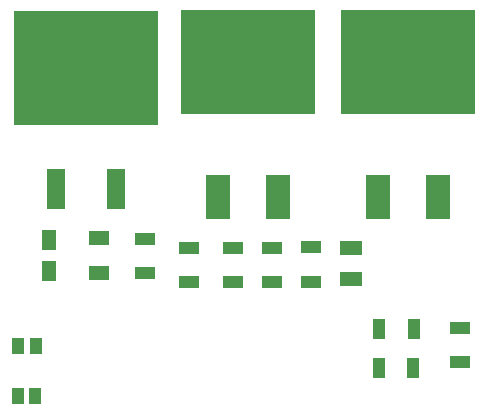
<source format=gtp>
G04*
G04 #@! TF.GenerationSoftware,Altium Limited,Altium Designer,24.1.2 (44)*
G04*
G04 Layer_Color=8421504*
%FSLAX25Y25*%
%MOIN*%
G70*
G04*
G04 #@! TF.SameCoordinates,9647829F-9D65-4518-952E-74710912C15A*
G04*
G04*
G04 #@! TF.FilePolarity,Positive*
G04*
G01*
G75*
%ADD17R,0.07559X0.05118*%
%ADD18R,0.06693X0.04331*%
%ADD19R,0.08189X0.15000*%
%ADD20R,0.45000X0.35000*%
%ADD21R,0.04152X0.05339*%
%ADD22R,0.04331X0.06693*%
%ADD23R,0.06299X0.13780*%
%ADD24R,0.48031X0.38386*%
%ADD25R,0.07087X0.04528*%
%ADD26R,0.04921X0.07087*%
D17*
X163600Y85415D02*
D03*
Y75100D02*
D03*
D18*
X199700Y47400D02*
D03*
Y58817D02*
D03*
X150000Y74291D02*
D03*
Y85709D02*
D03*
X137200Y74191D02*
D03*
Y85609D02*
D03*
X124100Y74191D02*
D03*
Y85609D02*
D03*
X94800Y88609D02*
D03*
Y77191D02*
D03*
X109400Y73991D02*
D03*
Y85409D02*
D03*
D19*
X139000Y102500D02*
D03*
X119000D02*
D03*
X192500D02*
D03*
X172500D02*
D03*
D20*
X129000Y147500D02*
D03*
X182500D02*
D03*
D21*
X52643Y52800D02*
D03*
X58357D02*
D03*
X58157Y36100D02*
D03*
X52443D02*
D03*
D22*
X172983Y58500D02*
D03*
X184400D02*
D03*
X184309Y45400D02*
D03*
X172891D02*
D03*
D23*
X65000Y105047D02*
D03*
X85000D02*
D03*
D24*
X75000Y145500D02*
D03*
D25*
X79400Y88906D02*
D03*
Y77094D02*
D03*
D26*
X62900Y88018D02*
D03*
Y77782D02*
D03*
M02*

</source>
